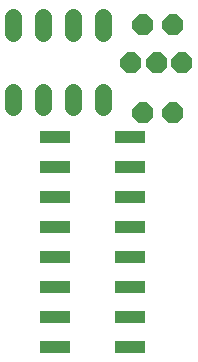
<source format=gbs>
G04 EAGLE Gerber RS-274X export*
G75*
%MOMM*%
%FSLAX34Y34*%
%LPD*%
%INSoldermask Bottom*%
%IPPOS*%
%AMOC8*
5,1,8,0,0,1.08239X$1,22.5*%
G01*
%ADD10C,1.422400*%
%ADD11P,1.924489X8X202.500000*%
%ADD12P,1.924489X8X22.500000*%
%ADD13R,2.641600X1.092200*%


D10*
X88800Y391300D02*
X88800Y378092D01*
X63400Y378092D02*
X63400Y391300D01*
X38000Y391300D02*
X38000Y378092D01*
X12600Y378092D02*
X12600Y391300D01*
X12600Y328308D02*
X12600Y315100D01*
X38000Y315100D02*
X38000Y328308D01*
X63400Y328308D02*
X63400Y315100D01*
X88800Y315100D02*
X88800Y328308D01*
D11*
X155590Y353000D03*
X134000Y353000D03*
X112410Y353000D03*
X147700Y385000D03*
X122300Y385000D03*
D12*
X122300Y310000D03*
X147700Y310000D03*
D13*
X48250Y290000D03*
X111750Y290000D03*
X48250Y264600D03*
X111750Y264600D03*
X48250Y239200D03*
X111750Y239200D03*
X48250Y213800D03*
X111750Y213800D03*
X48250Y188400D03*
X111750Y188400D03*
X48250Y163000D03*
X111750Y163000D03*
X48250Y137600D03*
X111750Y137600D03*
X48250Y112200D03*
X111750Y112200D03*
M02*

</source>
